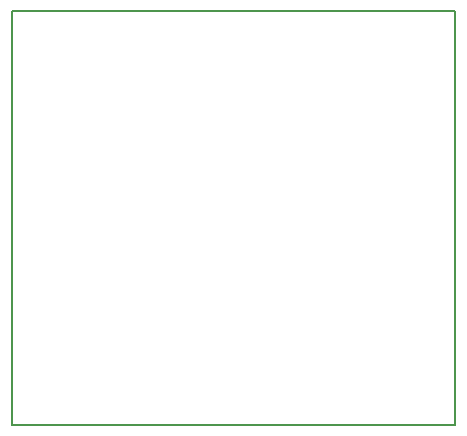
<source format=gbr>
G04 #@! TF.FileFunction,Profile,NP*
%FSLAX46Y46*%
G04 Gerber Fmt 4.6, Leading zero omitted, Abs format (unit mm)*
G04 Created by KiCad (PCBNEW 4.0.6) date 2017 July 13, Thursday 09:44:44*
%MOMM*%
%LPD*%
G01*
G04 APERTURE LIST*
%ADD10C,0.100000*%
%ADD11C,0.150000*%
G04 APERTURE END LIST*
D10*
D11*
X140000000Y-140000000D02*
X140000000Y-105000000D01*
X177500000Y-140000000D02*
X140000000Y-140000000D01*
X177500000Y-105000000D02*
X177500000Y-140000000D01*
X140000000Y-105000000D02*
X177500000Y-105000000D01*
M02*

</source>
